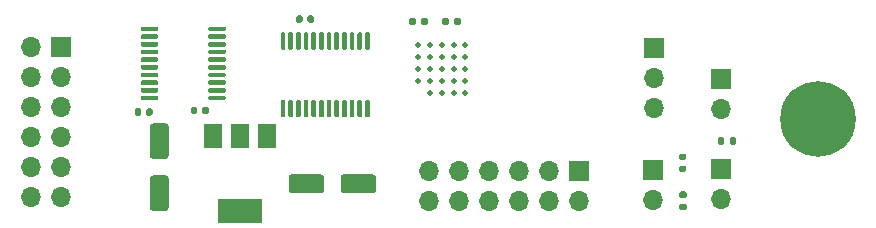
<source format=gbr>
G04 #@! TF.GenerationSoftware,KiCad,Pcbnew,(5.1.10)-1*
G04 #@! TF.CreationDate,2021-08-03T19:53:46-05:00*
G04 #@! TF.ProjectId,spimux,7370696d-7578-42e6-9b69-6361645f7063,rev?*
G04 #@! TF.SameCoordinates,Original*
G04 #@! TF.FileFunction,Soldermask,Top*
G04 #@! TF.FilePolarity,Negative*
%FSLAX46Y46*%
G04 Gerber Fmt 4.6, Leading zero omitted, Abs format (unit mm)*
G04 Created by KiCad (PCBNEW (5.1.10)-1) date 2021-08-03 19:53:46*
%MOMM*%
%LPD*%
G01*
G04 APERTURE LIST*
%ADD10C,6.400000*%
%ADD11C,0.500000*%
%ADD12O,1.700000X1.700000*%
%ADD13R,1.700000X1.700000*%
%ADD14R,1.500000X2.000000*%
%ADD15R,3.800000X2.000000*%
G04 APERTURE END LIST*
D10*
X170430000Y-99770000D03*
D11*
X140610000Y-93580000D03*
X139610000Y-93580000D03*
X138610000Y-93580000D03*
X137610000Y-93580000D03*
X136610000Y-93580000D03*
X140610000Y-94580000D03*
X139610000Y-94580000D03*
X138610000Y-94580000D03*
X137610000Y-94580000D03*
X136610000Y-94580000D03*
X140610000Y-95580000D03*
X139610000Y-95580000D03*
X138610000Y-95580000D03*
X137610000Y-95580000D03*
X136610000Y-95580000D03*
X140610000Y-96580000D03*
X139610000Y-96580000D03*
X138610000Y-96580000D03*
X137610000Y-96580000D03*
X136610000Y-96580000D03*
X140610000Y-97580000D03*
X139610000Y-97580000D03*
X138610000Y-97580000D03*
X137610000Y-97580000D03*
G36*
G01*
X114605000Y-97935000D02*
X114605000Y-98135000D01*
G75*
G02*
X114505000Y-98235000I-100000J0D01*
G01*
X113230000Y-98235000D01*
G75*
G02*
X113130000Y-98135000I0J100000D01*
G01*
X113130000Y-97935000D01*
G75*
G02*
X113230000Y-97835000I100000J0D01*
G01*
X114505000Y-97835000D01*
G75*
G02*
X114605000Y-97935000I0J-100000D01*
G01*
G37*
G36*
G01*
X114605000Y-97285000D02*
X114605000Y-97485000D01*
G75*
G02*
X114505000Y-97585000I-100000J0D01*
G01*
X113230000Y-97585000D01*
G75*
G02*
X113130000Y-97485000I0J100000D01*
G01*
X113130000Y-97285000D01*
G75*
G02*
X113230000Y-97185000I100000J0D01*
G01*
X114505000Y-97185000D01*
G75*
G02*
X114605000Y-97285000I0J-100000D01*
G01*
G37*
G36*
G01*
X114605000Y-96635000D02*
X114605000Y-96835000D01*
G75*
G02*
X114505000Y-96935000I-100000J0D01*
G01*
X113230000Y-96935000D01*
G75*
G02*
X113130000Y-96835000I0J100000D01*
G01*
X113130000Y-96635000D01*
G75*
G02*
X113230000Y-96535000I100000J0D01*
G01*
X114505000Y-96535000D01*
G75*
G02*
X114605000Y-96635000I0J-100000D01*
G01*
G37*
G36*
G01*
X114605000Y-95985000D02*
X114605000Y-96185000D01*
G75*
G02*
X114505000Y-96285000I-100000J0D01*
G01*
X113230000Y-96285000D01*
G75*
G02*
X113130000Y-96185000I0J100000D01*
G01*
X113130000Y-95985000D01*
G75*
G02*
X113230000Y-95885000I100000J0D01*
G01*
X114505000Y-95885000D01*
G75*
G02*
X114605000Y-95985000I0J-100000D01*
G01*
G37*
G36*
G01*
X114605000Y-95335000D02*
X114605000Y-95535000D01*
G75*
G02*
X114505000Y-95635000I-100000J0D01*
G01*
X113230000Y-95635000D01*
G75*
G02*
X113130000Y-95535000I0J100000D01*
G01*
X113130000Y-95335000D01*
G75*
G02*
X113230000Y-95235000I100000J0D01*
G01*
X114505000Y-95235000D01*
G75*
G02*
X114605000Y-95335000I0J-100000D01*
G01*
G37*
G36*
G01*
X114605000Y-94685000D02*
X114605000Y-94885000D01*
G75*
G02*
X114505000Y-94985000I-100000J0D01*
G01*
X113230000Y-94985000D01*
G75*
G02*
X113130000Y-94885000I0J100000D01*
G01*
X113130000Y-94685000D01*
G75*
G02*
X113230000Y-94585000I100000J0D01*
G01*
X114505000Y-94585000D01*
G75*
G02*
X114605000Y-94685000I0J-100000D01*
G01*
G37*
G36*
G01*
X114605000Y-94035000D02*
X114605000Y-94235000D01*
G75*
G02*
X114505000Y-94335000I-100000J0D01*
G01*
X113230000Y-94335000D01*
G75*
G02*
X113130000Y-94235000I0J100000D01*
G01*
X113130000Y-94035000D01*
G75*
G02*
X113230000Y-93935000I100000J0D01*
G01*
X114505000Y-93935000D01*
G75*
G02*
X114605000Y-94035000I0J-100000D01*
G01*
G37*
G36*
G01*
X114605000Y-93385000D02*
X114605000Y-93585000D01*
G75*
G02*
X114505000Y-93685000I-100000J0D01*
G01*
X113230000Y-93685000D01*
G75*
G02*
X113130000Y-93585000I0J100000D01*
G01*
X113130000Y-93385000D01*
G75*
G02*
X113230000Y-93285000I100000J0D01*
G01*
X114505000Y-93285000D01*
G75*
G02*
X114605000Y-93385000I0J-100000D01*
G01*
G37*
G36*
G01*
X114605000Y-92735000D02*
X114605000Y-92935000D01*
G75*
G02*
X114505000Y-93035000I-100000J0D01*
G01*
X113230000Y-93035000D01*
G75*
G02*
X113130000Y-92935000I0J100000D01*
G01*
X113130000Y-92735000D01*
G75*
G02*
X113230000Y-92635000I100000J0D01*
G01*
X114505000Y-92635000D01*
G75*
G02*
X114605000Y-92735000I0J-100000D01*
G01*
G37*
G36*
G01*
X114605000Y-92085000D02*
X114605000Y-92285000D01*
G75*
G02*
X114505000Y-92385000I-100000J0D01*
G01*
X113230000Y-92385000D01*
G75*
G02*
X113130000Y-92285000I0J100000D01*
G01*
X113130000Y-92085000D01*
G75*
G02*
X113230000Y-91985000I100000J0D01*
G01*
X114505000Y-91985000D01*
G75*
G02*
X114605000Y-92085000I0J-100000D01*
G01*
G37*
G36*
G01*
X120330000Y-92085000D02*
X120330000Y-92285000D01*
G75*
G02*
X120230000Y-92385000I-100000J0D01*
G01*
X118955000Y-92385000D01*
G75*
G02*
X118855000Y-92285000I0J100000D01*
G01*
X118855000Y-92085000D01*
G75*
G02*
X118955000Y-91985000I100000J0D01*
G01*
X120230000Y-91985000D01*
G75*
G02*
X120330000Y-92085000I0J-100000D01*
G01*
G37*
G36*
G01*
X120330000Y-92735000D02*
X120330000Y-92935000D01*
G75*
G02*
X120230000Y-93035000I-100000J0D01*
G01*
X118955000Y-93035000D01*
G75*
G02*
X118855000Y-92935000I0J100000D01*
G01*
X118855000Y-92735000D01*
G75*
G02*
X118955000Y-92635000I100000J0D01*
G01*
X120230000Y-92635000D01*
G75*
G02*
X120330000Y-92735000I0J-100000D01*
G01*
G37*
G36*
G01*
X120330000Y-93385000D02*
X120330000Y-93585000D01*
G75*
G02*
X120230000Y-93685000I-100000J0D01*
G01*
X118955000Y-93685000D01*
G75*
G02*
X118855000Y-93585000I0J100000D01*
G01*
X118855000Y-93385000D01*
G75*
G02*
X118955000Y-93285000I100000J0D01*
G01*
X120230000Y-93285000D01*
G75*
G02*
X120330000Y-93385000I0J-100000D01*
G01*
G37*
G36*
G01*
X120330000Y-94035000D02*
X120330000Y-94235000D01*
G75*
G02*
X120230000Y-94335000I-100000J0D01*
G01*
X118955000Y-94335000D01*
G75*
G02*
X118855000Y-94235000I0J100000D01*
G01*
X118855000Y-94035000D01*
G75*
G02*
X118955000Y-93935000I100000J0D01*
G01*
X120230000Y-93935000D01*
G75*
G02*
X120330000Y-94035000I0J-100000D01*
G01*
G37*
G36*
G01*
X120330000Y-94685000D02*
X120330000Y-94885000D01*
G75*
G02*
X120230000Y-94985000I-100000J0D01*
G01*
X118955000Y-94985000D01*
G75*
G02*
X118855000Y-94885000I0J100000D01*
G01*
X118855000Y-94685000D01*
G75*
G02*
X118955000Y-94585000I100000J0D01*
G01*
X120230000Y-94585000D01*
G75*
G02*
X120330000Y-94685000I0J-100000D01*
G01*
G37*
G36*
G01*
X120330000Y-95335000D02*
X120330000Y-95535000D01*
G75*
G02*
X120230000Y-95635000I-100000J0D01*
G01*
X118955000Y-95635000D01*
G75*
G02*
X118855000Y-95535000I0J100000D01*
G01*
X118855000Y-95335000D01*
G75*
G02*
X118955000Y-95235000I100000J0D01*
G01*
X120230000Y-95235000D01*
G75*
G02*
X120330000Y-95335000I0J-100000D01*
G01*
G37*
G36*
G01*
X120330000Y-95985000D02*
X120330000Y-96185000D01*
G75*
G02*
X120230000Y-96285000I-100000J0D01*
G01*
X118955000Y-96285000D01*
G75*
G02*
X118855000Y-96185000I0J100000D01*
G01*
X118855000Y-95985000D01*
G75*
G02*
X118955000Y-95885000I100000J0D01*
G01*
X120230000Y-95885000D01*
G75*
G02*
X120330000Y-95985000I0J-100000D01*
G01*
G37*
G36*
G01*
X120330000Y-96635000D02*
X120330000Y-96835000D01*
G75*
G02*
X120230000Y-96935000I-100000J0D01*
G01*
X118955000Y-96935000D01*
G75*
G02*
X118855000Y-96835000I0J100000D01*
G01*
X118855000Y-96635000D01*
G75*
G02*
X118955000Y-96535000I100000J0D01*
G01*
X120230000Y-96535000D01*
G75*
G02*
X120330000Y-96635000I0J-100000D01*
G01*
G37*
G36*
G01*
X120330000Y-97285000D02*
X120330000Y-97485000D01*
G75*
G02*
X120230000Y-97585000I-100000J0D01*
G01*
X118955000Y-97585000D01*
G75*
G02*
X118855000Y-97485000I0J100000D01*
G01*
X118855000Y-97285000D01*
G75*
G02*
X118955000Y-97185000I100000J0D01*
G01*
X120230000Y-97185000D01*
G75*
G02*
X120330000Y-97285000I0J-100000D01*
G01*
G37*
G36*
G01*
X120330000Y-97935000D02*
X120330000Y-98135000D01*
G75*
G02*
X120230000Y-98235000I-100000J0D01*
G01*
X118955000Y-98235000D01*
G75*
G02*
X118855000Y-98135000I0J100000D01*
G01*
X118855000Y-97935000D01*
G75*
G02*
X118955000Y-97835000I100000J0D01*
G01*
X120230000Y-97835000D01*
G75*
G02*
X120330000Y-97935000I0J-100000D01*
G01*
G37*
G36*
G01*
X117930000Y-98920000D02*
X117930000Y-99260000D01*
G75*
G02*
X117790000Y-99400000I-140000J0D01*
G01*
X117510000Y-99400000D01*
G75*
G02*
X117370000Y-99260000I0J140000D01*
G01*
X117370000Y-98920000D01*
G75*
G02*
X117510000Y-98780000I140000J0D01*
G01*
X117790000Y-98780000D01*
G75*
G02*
X117930000Y-98920000I0J-140000D01*
G01*
G37*
G36*
G01*
X118890000Y-98920000D02*
X118890000Y-99260000D01*
G75*
G02*
X118750000Y-99400000I-140000J0D01*
G01*
X118470000Y-99400000D01*
G75*
G02*
X118330000Y-99260000I0J140000D01*
G01*
X118330000Y-98920000D01*
G75*
G02*
X118470000Y-98780000I140000J0D01*
G01*
X118750000Y-98780000D01*
G75*
G02*
X118890000Y-98920000I0J-140000D01*
G01*
G37*
D12*
X137510000Y-106780000D03*
X137510000Y-104240000D03*
X140050000Y-106780000D03*
X140050000Y-104240000D03*
X142590000Y-106780000D03*
X142590000Y-104240000D03*
X145130000Y-106780000D03*
X145130000Y-104240000D03*
X147670000Y-106780000D03*
X147670000Y-104240000D03*
X150210000Y-106780000D03*
D13*
X150210000Y-104240000D03*
G36*
G01*
X132225000Y-98205000D02*
X132425000Y-98205000D01*
G75*
G02*
X132525000Y-98305000I0J-100000D01*
G01*
X132525000Y-99580000D01*
G75*
G02*
X132425000Y-99680000I-100000J0D01*
G01*
X132225000Y-99680000D01*
G75*
G02*
X132125000Y-99580000I0J100000D01*
G01*
X132125000Y-98305000D01*
G75*
G02*
X132225000Y-98205000I100000J0D01*
G01*
G37*
G36*
G01*
X131575000Y-98205000D02*
X131775000Y-98205000D01*
G75*
G02*
X131875000Y-98305000I0J-100000D01*
G01*
X131875000Y-99580000D01*
G75*
G02*
X131775000Y-99680000I-100000J0D01*
G01*
X131575000Y-99680000D01*
G75*
G02*
X131475000Y-99580000I0J100000D01*
G01*
X131475000Y-98305000D01*
G75*
G02*
X131575000Y-98205000I100000J0D01*
G01*
G37*
G36*
G01*
X130925000Y-98205000D02*
X131125000Y-98205000D01*
G75*
G02*
X131225000Y-98305000I0J-100000D01*
G01*
X131225000Y-99580000D01*
G75*
G02*
X131125000Y-99680000I-100000J0D01*
G01*
X130925000Y-99680000D01*
G75*
G02*
X130825000Y-99580000I0J100000D01*
G01*
X130825000Y-98305000D01*
G75*
G02*
X130925000Y-98205000I100000J0D01*
G01*
G37*
G36*
G01*
X130275000Y-98205000D02*
X130475000Y-98205000D01*
G75*
G02*
X130575000Y-98305000I0J-100000D01*
G01*
X130575000Y-99580000D01*
G75*
G02*
X130475000Y-99680000I-100000J0D01*
G01*
X130275000Y-99680000D01*
G75*
G02*
X130175000Y-99580000I0J100000D01*
G01*
X130175000Y-98305000D01*
G75*
G02*
X130275000Y-98205000I100000J0D01*
G01*
G37*
G36*
G01*
X129625000Y-98205000D02*
X129825000Y-98205000D01*
G75*
G02*
X129925000Y-98305000I0J-100000D01*
G01*
X129925000Y-99580000D01*
G75*
G02*
X129825000Y-99680000I-100000J0D01*
G01*
X129625000Y-99680000D01*
G75*
G02*
X129525000Y-99580000I0J100000D01*
G01*
X129525000Y-98305000D01*
G75*
G02*
X129625000Y-98205000I100000J0D01*
G01*
G37*
G36*
G01*
X128975000Y-98205000D02*
X129175000Y-98205000D01*
G75*
G02*
X129275000Y-98305000I0J-100000D01*
G01*
X129275000Y-99580000D01*
G75*
G02*
X129175000Y-99680000I-100000J0D01*
G01*
X128975000Y-99680000D01*
G75*
G02*
X128875000Y-99580000I0J100000D01*
G01*
X128875000Y-98305000D01*
G75*
G02*
X128975000Y-98205000I100000J0D01*
G01*
G37*
G36*
G01*
X128325000Y-98205000D02*
X128525000Y-98205000D01*
G75*
G02*
X128625000Y-98305000I0J-100000D01*
G01*
X128625000Y-99580000D01*
G75*
G02*
X128525000Y-99680000I-100000J0D01*
G01*
X128325000Y-99680000D01*
G75*
G02*
X128225000Y-99580000I0J100000D01*
G01*
X128225000Y-98305000D01*
G75*
G02*
X128325000Y-98205000I100000J0D01*
G01*
G37*
G36*
G01*
X127675000Y-98205000D02*
X127875000Y-98205000D01*
G75*
G02*
X127975000Y-98305000I0J-100000D01*
G01*
X127975000Y-99580000D01*
G75*
G02*
X127875000Y-99680000I-100000J0D01*
G01*
X127675000Y-99680000D01*
G75*
G02*
X127575000Y-99580000I0J100000D01*
G01*
X127575000Y-98305000D01*
G75*
G02*
X127675000Y-98205000I100000J0D01*
G01*
G37*
G36*
G01*
X127025000Y-98205000D02*
X127225000Y-98205000D01*
G75*
G02*
X127325000Y-98305000I0J-100000D01*
G01*
X127325000Y-99580000D01*
G75*
G02*
X127225000Y-99680000I-100000J0D01*
G01*
X127025000Y-99680000D01*
G75*
G02*
X126925000Y-99580000I0J100000D01*
G01*
X126925000Y-98305000D01*
G75*
G02*
X127025000Y-98205000I100000J0D01*
G01*
G37*
G36*
G01*
X126375000Y-98205000D02*
X126575000Y-98205000D01*
G75*
G02*
X126675000Y-98305000I0J-100000D01*
G01*
X126675000Y-99580000D01*
G75*
G02*
X126575000Y-99680000I-100000J0D01*
G01*
X126375000Y-99680000D01*
G75*
G02*
X126275000Y-99580000I0J100000D01*
G01*
X126275000Y-98305000D01*
G75*
G02*
X126375000Y-98205000I100000J0D01*
G01*
G37*
G36*
G01*
X125725000Y-98205000D02*
X125925000Y-98205000D01*
G75*
G02*
X126025000Y-98305000I0J-100000D01*
G01*
X126025000Y-99580000D01*
G75*
G02*
X125925000Y-99680000I-100000J0D01*
G01*
X125725000Y-99680000D01*
G75*
G02*
X125625000Y-99580000I0J100000D01*
G01*
X125625000Y-98305000D01*
G75*
G02*
X125725000Y-98205000I100000J0D01*
G01*
G37*
G36*
G01*
X125075000Y-98205000D02*
X125275000Y-98205000D01*
G75*
G02*
X125375000Y-98305000I0J-100000D01*
G01*
X125375000Y-99580000D01*
G75*
G02*
X125275000Y-99680000I-100000J0D01*
G01*
X125075000Y-99680000D01*
G75*
G02*
X124975000Y-99580000I0J100000D01*
G01*
X124975000Y-98305000D01*
G75*
G02*
X125075000Y-98205000I100000J0D01*
G01*
G37*
G36*
G01*
X125075000Y-92480000D02*
X125275000Y-92480000D01*
G75*
G02*
X125375000Y-92580000I0J-100000D01*
G01*
X125375000Y-93855000D01*
G75*
G02*
X125275000Y-93955000I-100000J0D01*
G01*
X125075000Y-93955000D01*
G75*
G02*
X124975000Y-93855000I0J100000D01*
G01*
X124975000Y-92580000D01*
G75*
G02*
X125075000Y-92480000I100000J0D01*
G01*
G37*
G36*
G01*
X125725000Y-92480000D02*
X125925000Y-92480000D01*
G75*
G02*
X126025000Y-92580000I0J-100000D01*
G01*
X126025000Y-93855000D01*
G75*
G02*
X125925000Y-93955000I-100000J0D01*
G01*
X125725000Y-93955000D01*
G75*
G02*
X125625000Y-93855000I0J100000D01*
G01*
X125625000Y-92580000D01*
G75*
G02*
X125725000Y-92480000I100000J0D01*
G01*
G37*
G36*
G01*
X126375000Y-92480000D02*
X126575000Y-92480000D01*
G75*
G02*
X126675000Y-92580000I0J-100000D01*
G01*
X126675000Y-93855000D01*
G75*
G02*
X126575000Y-93955000I-100000J0D01*
G01*
X126375000Y-93955000D01*
G75*
G02*
X126275000Y-93855000I0J100000D01*
G01*
X126275000Y-92580000D01*
G75*
G02*
X126375000Y-92480000I100000J0D01*
G01*
G37*
G36*
G01*
X127025000Y-92480000D02*
X127225000Y-92480000D01*
G75*
G02*
X127325000Y-92580000I0J-100000D01*
G01*
X127325000Y-93855000D01*
G75*
G02*
X127225000Y-93955000I-100000J0D01*
G01*
X127025000Y-93955000D01*
G75*
G02*
X126925000Y-93855000I0J100000D01*
G01*
X126925000Y-92580000D01*
G75*
G02*
X127025000Y-92480000I100000J0D01*
G01*
G37*
G36*
G01*
X127675000Y-92480000D02*
X127875000Y-92480000D01*
G75*
G02*
X127975000Y-92580000I0J-100000D01*
G01*
X127975000Y-93855000D01*
G75*
G02*
X127875000Y-93955000I-100000J0D01*
G01*
X127675000Y-93955000D01*
G75*
G02*
X127575000Y-93855000I0J100000D01*
G01*
X127575000Y-92580000D01*
G75*
G02*
X127675000Y-92480000I100000J0D01*
G01*
G37*
G36*
G01*
X128325000Y-92480000D02*
X128525000Y-92480000D01*
G75*
G02*
X128625000Y-92580000I0J-100000D01*
G01*
X128625000Y-93855000D01*
G75*
G02*
X128525000Y-93955000I-100000J0D01*
G01*
X128325000Y-93955000D01*
G75*
G02*
X128225000Y-93855000I0J100000D01*
G01*
X128225000Y-92580000D01*
G75*
G02*
X128325000Y-92480000I100000J0D01*
G01*
G37*
G36*
G01*
X128975000Y-92480000D02*
X129175000Y-92480000D01*
G75*
G02*
X129275000Y-92580000I0J-100000D01*
G01*
X129275000Y-93855000D01*
G75*
G02*
X129175000Y-93955000I-100000J0D01*
G01*
X128975000Y-93955000D01*
G75*
G02*
X128875000Y-93855000I0J100000D01*
G01*
X128875000Y-92580000D01*
G75*
G02*
X128975000Y-92480000I100000J0D01*
G01*
G37*
G36*
G01*
X129625000Y-92480000D02*
X129825000Y-92480000D01*
G75*
G02*
X129925000Y-92580000I0J-100000D01*
G01*
X129925000Y-93855000D01*
G75*
G02*
X129825000Y-93955000I-100000J0D01*
G01*
X129625000Y-93955000D01*
G75*
G02*
X129525000Y-93855000I0J100000D01*
G01*
X129525000Y-92580000D01*
G75*
G02*
X129625000Y-92480000I100000J0D01*
G01*
G37*
G36*
G01*
X130275000Y-92480000D02*
X130475000Y-92480000D01*
G75*
G02*
X130575000Y-92580000I0J-100000D01*
G01*
X130575000Y-93855000D01*
G75*
G02*
X130475000Y-93955000I-100000J0D01*
G01*
X130275000Y-93955000D01*
G75*
G02*
X130175000Y-93855000I0J100000D01*
G01*
X130175000Y-92580000D01*
G75*
G02*
X130275000Y-92480000I100000J0D01*
G01*
G37*
G36*
G01*
X130925000Y-92480000D02*
X131125000Y-92480000D01*
G75*
G02*
X131225000Y-92580000I0J-100000D01*
G01*
X131225000Y-93855000D01*
G75*
G02*
X131125000Y-93955000I-100000J0D01*
G01*
X130925000Y-93955000D01*
G75*
G02*
X130825000Y-93855000I0J100000D01*
G01*
X130825000Y-92580000D01*
G75*
G02*
X130925000Y-92480000I100000J0D01*
G01*
G37*
G36*
G01*
X131575000Y-92480000D02*
X131775000Y-92480000D01*
G75*
G02*
X131875000Y-92580000I0J-100000D01*
G01*
X131875000Y-93855000D01*
G75*
G02*
X131775000Y-93955000I-100000J0D01*
G01*
X131575000Y-93955000D01*
G75*
G02*
X131475000Y-93855000I0J100000D01*
G01*
X131475000Y-92580000D01*
G75*
G02*
X131575000Y-92480000I100000J0D01*
G01*
G37*
G36*
G01*
X132225000Y-92480000D02*
X132425000Y-92480000D01*
G75*
G02*
X132525000Y-92580000I0J-100000D01*
G01*
X132525000Y-93855000D01*
G75*
G02*
X132425000Y-93955000I-100000J0D01*
G01*
X132225000Y-93955000D01*
G75*
G02*
X132125000Y-93855000I0J100000D01*
G01*
X132125000Y-92580000D01*
G75*
G02*
X132225000Y-92480000I100000J0D01*
G01*
G37*
D14*
X123820000Y-101280000D03*
X119220000Y-101280000D03*
X121520000Y-101280000D03*
D15*
X121520000Y-107580000D03*
G36*
G01*
X136410000Y-91375000D02*
X136410000Y-91745000D01*
G75*
G02*
X136275000Y-91880000I-135000J0D01*
G01*
X136005000Y-91880000D01*
G75*
G02*
X135870000Y-91745000I0J135000D01*
G01*
X135870000Y-91375000D01*
G75*
G02*
X136005000Y-91240000I135000J0D01*
G01*
X136275000Y-91240000D01*
G75*
G02*
X136410000Y-91375000I0J-135000D01*
G01*
G37*
G36*
G01*
X137430000Y-91375000D02*
X137430000Y-91745000D01*
G75*
G02*
X137295000Y-91880000I-135000J0D01*
G01*
X137025000Y-91880000D01*
G75*
G02*
X136890000Y-91745000I0J135000D01*
G01*
X136890000Y-91375000D01*
G75*
G02*
X137025000Y-91240000I135000J0D01*
G01*
X137295000Y-91240000D01*
G75*
G02*
X137430000Y-91375000I0J-135000D01*
G01*
G37*
G36*
G01*
X139670000Y-91755000D02*
X139670000Y-91385000D01*
G75*
G02*
X139805000Y-91250000I135000J0D01*
G01*
X140075000Y-91250000D01*
G75*
G02*
X140210000Y-91385000I0J-135000D01*
G01*
X140210000Y-91755000D01*
G75*
G02*
X140075000Y-91890000I-135000J0D01*
G01*
X139805000Y-91890000D01*
G75*
G02*
X139670000Y-91755000I0J135000D01*
G01*
G37*
G36*
G01*
X138650000Y-91755000D02*
X138650000Y-91385000D01*
G75*
G02*
X138785000Y-91250000I135000J0D01*
G01*
X139055000Y-91250000D01*
G75*
G02*
X139190000Y-91385000I0J-135000D01*
G01*
X139190000Y-91755000D01*
G75*
G02*
X139055000Y-91890000I-135000J0D01*
G01*
X138785000Y-91890000D01*
G75*
G02*
X138650000Y-91755000I0J135000D01*
G01*
G37*
G36*
G01*
X163020000Y-101865000D02*
X163020000Y-101495000D01*
G75*
G02*
X163155000Y-101360000I135000J0D01*
G01*
X163425000Y-101360000D01*
G75*
G02*
X163560000Y-101495000I0J-135000D01*
G01*
X163560000Y-101865000D01*
G75*
G02*
X163425000Y-102000000I-135000J0D01*
G01*
X163155000Y-102000000D01*
G75*
G02*
X163020000Y-101865000I0J135000D01*
G01*
G37*
G36*
G01*
X162000000Y-101865000D02*
X162000000Y-101495000D01*
G75*
G02*
X162135000Y-101360000I135000J0D01*
G01*
X162405000Y-101360000D01*
G75*
G02*
X162540000Y-101495000I0J-135000D01*
G01*
X162540000Y-101865000D01*
G75*
G02*
X162405000Y-102000000I-135000J0D01*
G01*
X162135000Y-102000000D01*
G75*
G02*
X162000000Y-101865000I0J135000D01*
G01*
G37*
G36*
G01*
X159195000Y-103290000D02*
X158825000Y-103290000D01*
G75*
G02*
X158690000Y-103155000I0J135000D01*
G01*
X158690000Y-102885000D01*
G75*
G02*
X158825000Y-102750000I135000J0D01*
G01*
X159195000Y-102750000D01*
G75*
G02*
X159330000Y-102885000I0J-135000D01*
G01*
X159330000Y-103155000D01*
G75*
G02*
X159195000Y-103290000I-135000J0D01*
G01*
G37*
G36*
G01*
X159195000Y-104310000D02*
X158825000Y-104310000D01*
G75*
G02*
X158690000Y-104175000I0J135000D01*
G01*
X158690000Y-103905000D01*
G75*
G02*
X158825000Y-103770000I135000J0D01*
G01*
X159195000Y-103770000D01*
G75*
G02*
X159330000Y-103905000I0J-135000D01*
G01*
X159330000Y-104175000D01*
G75*
G02*
X159195000Y-104310000I-135000J0D01*
G01*
G37*
G36*
G01*
X158855000Y-106970000D02*
X159225000Y-106970000D01*
G75*
G02*
X159360000Y-107105000I0J-135000D01*
G01*
X159360000Y-107375000D01*
G75*
G02*
X159225000Y-107510000I-135000J0D01*
G01*
X158855000Y-107510000D01*
G75*
G02*
X158720000Y-107375000I0J135000D01*
G01*
X158720000Y-107105000D01*
G75*
G02*
X158855000Y-106970000I135000J0D01*
G01*
G37*
G36*
G01*
X158855000Y-105950000D02*
X159225000Y-105950000D01*
G75*
G02*
X159360000Y-106085000I0J-135000D01*
G01*
X159360000Y-106355000D01*
G75*
G02*
X159225000Y-106490000I-135000J0D01*
G01*
X158855000Y-106490000D01*
G75*
G02*
X158720000Y-106355000I0J135000D01*
G01*
X158720000Y-106085000D01*
G75*
G02*
X158855000Y-105950000I135000J0D01*
G01*
G37*
D12*
X156560000Y-98910000D03*
X156560000Y-96370000D03*
D13*
X156560000Y-93830000D03*
D12*
X162220000Y-98940000D03*
D13*
X162220000Y-96400000D03*
D12*
X103830000Y-106440000D03*
X106370000Y-106440000D03*
X103830000Y-103900000D03*
X106370000Y-103900000D03*
X103830000Y-101360000D03*
X106370000Y-101360000D03*
X103830000Y-98820000D03*
X106370000Y-98820000D03*
X103830000Y-96280000D03*
X106370000Y-96280000D03*
X103830000Y-93740000D03*
D13*
X106370000Y-93740000D03*
D12*
X162250000Y-106580000D03*
D13*
X162250000Y-104040000D03*
D12*
X156480000Y-106680000D03*
D13*
X156480000Y-104140000D03*
G36*
G01*
X126840000Y-91180000D02*
X126840000Y-91520000D01*
G75*
G02*
X126700000Y-91660000I-140000J0D01*
G01*
X126420000Y-91660000D01*
G75*
G02*
X126280000Y-91520000I0J140000D01*
G01*
X126280000Y-91180000D01*
G75*
G02*
X126420000Y-91040000I140000J0D01*
G01*
X126700000Y-91040000D01*
G75*
G02*
X126840000Y-91180000I0J-140000D01*
G01*
G37*
G36*
G01*
X127800000Y-91180000D02*
X127800000Y-91520000D01*
G75*
G02*
X127660000Y-91660000I-140000J0D01*
G01*
X127380000Y-91660000D01*
G75*
G02*
X127240000Y-91520000I0J140000D01*
G01*
X127240000Y-91180000D01*
G75*
G02*
X127380000Y-91040000I140000J0D01*
G01*
X127660000Y-91040000D01*
G75*
G02*
X127800000Y-91180000I0J-140000D01*
G01*
G37*
G36*
G01*
X113570000Y-99400000D02*
X113570000Y-99060000D01*
G75*
G02*
X113710000Y-98920000I140000J0D01*
G01*
X113990000Y-98920000D01*
G75*
G02*
X114130000Y-99060000I0J-140000D01*
G01*
X114130000Y-99400000D01*
G75*
G02*
X113990000Y-99540000I-140000J0D01*
G01*
X113710000Y-99540000D01*
G75*
G02*
X113570000Y-99400000I0J140000D01*
G01*
G37*
G36*
G01*
X112610000Y-99400000D02*
X112610000Y-99060000D01*
G75*
G02*
X112750000Y-98920000I140000J0D01*
G01*
X113030000Y-98920000D01*
G75*
G02*
X113170000Y-99060000I0J-140000D01*
G01*
X113170000Y-99400000D01*
G75*
G02*
X113030000Y-99540000I-140000J0D01*
G01*
X112750000Y-99540000D01*
G75*
G02*
X112610000Y-99400000I0J140000D01*
G01*
G37*
G36*
G01*
X130050000Y-105850000D02*
X130050000Y-104750000D01*
G75*
G02*
X130300000Y-104500000I250000J0D01*
G01*
X132800000Y-104500000D01*
G75*
G02*
X133050000Y-104750000I0J-250000D01*
G01*
X133050000Y-105850000D01*
G75*
G02*
X132800000Y-106100000I-250000J0D01*
G01*
X130300000Y-106100000D01*
G75*
G02*
X130050000Y-105850000I0J250000D01*
G01*
G37*
G36*
G01*
X125650000Y-105850000D02*
X125650000Y-104750000D01*
G75*
G02*
X125900000Y-104500000I250000J0D01*
G01*
X128400000Y-104500000D01*
G75*
G02*
X128650000Y-104750000I0J-250000D01*
G01*
X128650000Y-105850000D01*
G75*
G02*
X128400000Y-106100000I-250000J0D01*
G01*
X125900000Y-106100000D01*
G75*
G02*
X125650000Y-105850000I0J250000D01*
G01*
G37*
G36*
G01*
X115240000Y-103190000D02*
X114140000Y-103190000D01*
G75*
G02*
X113890000Y-102940000I0J250000D01*
G01*
X113890000Y-100440000D01*
G75*
G02*
X114140000Y-100190000I250000J0D01*
G01*
X115240000Y-100190000D01*
G75*
G02*
X115490000Y-100440000I0J-250000D01*
G01*
X115490000Y-102940000D01*
G75*
G02*
X115240000Y-103190000I-250000J0D01*
G01*
G37*
G36*
G01*
X115240000Y-107590000D02*
X114140000Y-107590000D01*
G75*
G02*
X113890000Y-107340000I0J250000D01*
G01*
X113890000Y-104840000D01*
G75*
G02*
X114140000Y-104590000I250000J0D01*
G01*
X115240000Y-104590000D01*
G75*
G02*
X115490000Y-104840000I0J-250000D01*
G01*
X115490000Y-107340000D01*
G75*
G02*
X115240000Y-107590000I-250000J0D01*
G01*
G37*
M02*

</source>
